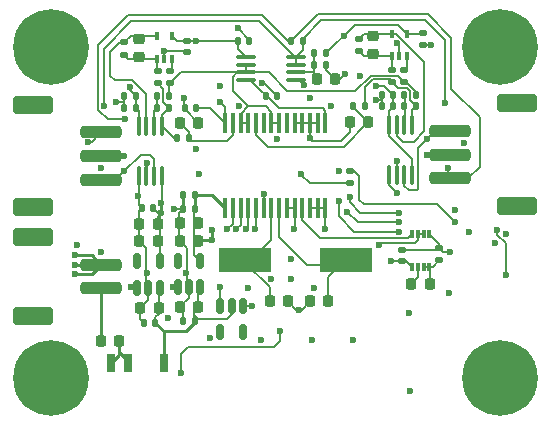
<source format=gbl>
G04 #@! TF.GenerationSoftware,KiCad,Pcbnew,8.0.7*
G04 #@! TF.CreationDate,2025-04-02T23:58:34+11:00*
G04 #@! TF.ProjectId,Ganglion_01,47616e67-6c69-46f6-9e5f-30312e6b6963,01*
G04 #@! TF.SameCoordinates,Original*
G04 #@! TF.FileFunction,Copper,L4,Bot*
G04 #@! TF.FilePolarity,Positive*
%FSLAX46Y46*%
G04 Gerber Fmt 4.6, Leading zero omitted, Abs format (unit mm)*
G04 Created by KiCad (PCBNEW 8.0.7) date 2025-04-02 23:58:34*
%MOMM*%
%LPD*%
G01*
G04 APERTURE LIST*
G04 Aperture macros list*
%AMRoundRect*
0 Rectangle with rounded corners*
0 $1 Rounding radius*
0 $2 $3 $4 $5 $6 $7 $8 $9 X,Y pos of 4 corners*
0 Add a 4 corners polygon primitive as box body*
4,1,4,$2,$3,$4,$5,$6,$7,$8,$9,$2,$3,0*
0 Add four circle primitives for the rounded corners*
1,1,$1+$1,$2,$3*
1,1,$1+$1,$4,$5*
1,1,$1+$1,$6,$7*
1,1,$1+$1,$8,$9*
0 Add four rect primitives between the rounded corners*
20,1,$1+$1,$2,$3,$4,$5,0*
20,1,$1+$1,$4,$5,$6,$7,0*
20,1,$1+$1,$6,$7,$8,$9,0*
20,1,$1+$1,$8,$9,$2,$3,0*%
G04 Aperture macros list end*
G04 #@! TA.AperFunction,SMDPad,CuDef*
%ADD10R,0.300000X0.700000*%
G04 #@! TD*
G04 #@! TA.AperFunction,ComponentPad*
%ADD11C,6.400000*%
G04 #@! TD*
G04 #@! TA.AperFunction,SMDPad,CuDef*
%ADD12RoundRect,0.140000X0.140000X0.170000X-0.140000X0.170000X-0.140000X-0.170000X0.140000X-0.170000X0*%
G04 #@! TD*
G04 #@! TA.AperFunction,SMDPad,CuDef*
%ADD13RoundRect,0.225000X-0.225000X-0.250000X0.225000X-0.250000X0.225000X0.250000X-0.225000X0.250000X0*%
G04 #@! TD*
G04 #@! TA.AperFunction,SMDPad,CuDef*
%ADD14RoundRect,0.140000X-0.140000X-0.170000X0.140000X-0.170000X0.140000X0.170000X-0.140000X0.170000X0*%
G04 #@! TD*
G04 #@! TA.AperFunction,SMDPad,CuDef*
%ADD15RoundRect,0.135000X-0.135000X-0.185000X0.135000X-0.185000X0.135000X0.185000X-0.135000X0.185000X0*%
G04 #@! TD*
G04 #@! TA.AperFunction,SMDPad,CuDef*
%ADD16RoundRect,0.135000X0.135000X0.185000X-0.135000X0.185000X-0.135000X-0.185000X0.135000X-0.185000X0*%
G04 #@! TD*
G04 #@! TA.AperFunction,SMDPad,CuDef*
%ADD17R,0.700000X1.500000*%
G04 #@! TD*
G04 #@! TA.AperFunction,SMDPad,CuDef*
%ADD18RoundRect,0.100000X0.100000X-0.712500X0.100000X0.712500X-0.100000X0.712500X-0.100000X-0.712500X0*%
G04 #@! TD*
G04 #@! TA.AperFunction,SMDPad,CuDef*
%ADD19R,0.450000X1.750000*%
G04 #@! TD*
G04 #@! TA.AperFunction,SMDPad,CuDef*
%ADD20RoundRect,0.150000X0.150000X-0.512500X0.150000X0.512500X-0.150000X0.512500X-0.150000X-0.512500X0*%
G04 #@! TD*
G04 #@! TA.AperFunction,SMDPad,CuDef*
%ADD21RoundRect,0.150000X-0.150000X0.512500X-0.150000X-0.512500X0.150000X-0.512500X0.150000X0.512500X0*%
G04 #@! TD*
G04 #@! TA.AperFunction,SMDPad,CuDef*
%ADD22RoundRect,0.225000X0.225000X0.250000X-0.225000X0.250000X-0.225000X-0.250000X0.225000X-0.250000X0*%
G04 #@! TD*
G04 #@! TA.AperFunction,SMDPad,CuDef*
%ADD23RoundRect,0.225000X0.250000X-0.225000X0.250000X0.225000X-0.250000X0.225000X-0.250000X-0.225000X0*%
G04 #@! TD*
G04 #@! TA.AperFunction,SMDPad,CuDef*
%ADD24RoundRect,0.100000X0.712500X0.100000X-0.712500X0.100000X-0.712500X-0.100000X0.712500X-0.100000X0*%
G04 #@! TD*
G04 #@! TA.AperFunction,SMDPad,CuDef*
%ADD25RoundRect,0.250000X1.500000X-0.250000X1.500000X0.250000X-1.500000X0.250000X-1.500000X-0.250000X0*%
G04 #@! TD*
G04 #@! TA.AperFunction,SMDPad,CuDef*
%ADD26RoundRect,0.250001X1.449999X-0.499999X1.449999X0.499999X-1.449999X0.499999X-1.449999X-0.499999X0*%
G04 #@! TD*
G04 #@! TA.AperFunction,SMDPad,CuDef*
%ADD27RoundRect,0.135000X0.185000X-0.135000X0.185000X0.135000X-0.185000X0.135000X-0.185000X-0.135000X0*%
G04 #@! TD*
G04 #@! TA.AperFunction,SMDPad,CuDef*
%ADD28R,0.400000X0.650000*%
G04 #@! TD*
G04 #@! TA.AperFunction,SMDPad,CuDef*
%ADD29R,4.500000X2.000000*%
G04 #@! TD*
G04 #@! TA.AperFunction,SMDPad,CuDef*
%ADD30RoundRect,0.140000X-0.170000X0.140000X-0.170000X-0.140000X0.170000X-0.140000X0.170000X0.140000X0*%
G04 #@! TD*
G04 #@! TA.AperFunction,SMDPad,CuDef*
%ADD31RoundRect,0.250000X-1.500000X0.250000X-1.500000X-0.250000X1.500000X-0.250000X1.500000X0.250000X0*%
G04 #@! TD*
G04 #@! TA.AperFunction,SMDPad,CuDef*
%ADD32RoundRect,0.250001X-1.449999X0.499999X-1.449999X-0.499999X1.449999X-0.499999X1.449999X0.499999X0*%
G04 #@! TD*
G04 #@! TA.AperFunction,SMDPad,CuDef*
%ADD33RoundRect,0.140000X0.170000X-0.140000X0.170000X0.140000X-0.170000X0.140000X-0.170000X-0.140000X0*%
G04 #@! TD*
G04 #@! TA.AperFunction,SMDPad,CuDef*
%ADD34RoundRect,0.135000X-0.185000X0.135000X-0.185000X-0.135000X0.185000X-0.135000X0.185000X0.135000X0*%
G04 #@! TD*
G04 #@! TA.AperFunction,ViaPad*
%ADD35C,0.600000*%
G04 #@! TD*
G04 #@! TA.AperFunction,Conductor*
%ADD36C,0.150000*%
G04 #@! TD*
G04 #@! TA.AperFunction,Conductor*
%ADD37C,0.250000*%
G04 #@! TD*
G04 #@! TA.AperFunction,Conductor*
%ADD38C,0.177800*%
G04 #@! TD*
G04 #@! TA.AperFunction,Conductor*
%ADD39C,0.200000*%
G04 #@! TD*
G04 APERTURE END LIST*
D10*
X134050000Y-49325000D03*
X134550000Y-49325000D03*
X135050000Y-49325000D03*
X135550000Y-49325000D03*
X135550000Y-52075000D03*
X135050000Y-52075000D03*
X134550000Y-52075000D03*
X134050000Y-52075000D03*
D11*
X141500000Y-33500000D03*
X141500000Y-61500000D03*
X103500000Y-61500000D03*
X103500000Y-33500000D03*
D12*
X132480000Y-38500000D03*
X131520000Y-38500000D03*
X132480000Y-37500000D03*
X131520000Y-37500000D03*
X110680000Y-37600000D03*
X109720000Y-37600000D03*
X110680000Y-38600000D03*
X109720000Y-38600000D03*
D13*
X128825000Y-39800000D03*
X130375000Y-39800000D03*
X114425000Y-39900000D03*
X115975000Y-39900000D03*
X114425000Y-55493750D03*
X115975000Y-55493750D03*
D14*
X114720000Y-56693750D03*
X115680000Y-56693750D03*
X114720000Y-46000000D03*
X115680000Y-46000000D03*
X114720000Y-47193750D03*
X115680000Y-47193750D03*
D13*
X114425000Y-49893750D03*
X115975000Y-49893750D03*
D14*
X114820000Y-38600000D03*
X115780000Y-38600000D03*
D13*
X114425000Y-48393750D03*
X115975000Y-48393750D03*
X111075000Y-55537500D03*
X112625000Y-55537500D03*
D14*
X111370000Y-56837500D03*
X112330000Y-56837500D03*
X111182500Y-47137500D03*
X112142500Y-47137500D03*
D13*
X110975000Y-49937500D03*
X112525000Y-49937500D03*
X110975000Y-48437500D03*
X112525000Y-48437500D03*
D15*
X112490000Y-38600000D03*
X113510000Y-38600000D03*
X133390000Y-38500000D03*
X134410000Y-38500000D03*
X133390000Y-37500000D03*
X134410000Y-37500000D03*
X125790000Y-35000000D03*
X126810000Y-35000000D03*
X112490000Y-37600000D03*
X113510000Y-37600000D03*
X129090000Y-38500000D03*
X130110000Y-38500000D03*
D16*
X115210000Y-41200000D03*
X114190000Y-41200000D03*
D17*
X113050000Y-60237500D03*
X110050000Y-60237500D03*
X108550000Y-60237500D03*
D18*
X134075000Y-44312500D03*
X133425000Y-44312500D03*
X132775000Y-44312500D03*
X132125000Y-44312500D03*
X132125000Y-40087500D03*
X132775000Y-40087500D03*
X133425000Y-40087500D03*
X134075000Y-40087500D03*
X112875000Y-44412500D03*
X112225000Y-44412500D03*
X111575000Y-44412500D03*
X110925000Y-44412500D03*
X110925000Y-40187500D03*
X111575000Y-40187500D03*
X112225000Y-40187500D03*
X112875000Y-40187500D03*
D19*
X118275000Y-39900000D03*
X118925000Y-39900000D03*
X119575000Y-39900000D03*
X120225000Y-39900000D03*
X120875000Y-39900000D03*
X121525000Y-39900000D03*
X122175000Y-39900000D03*
X122825000Y-39900000D03*
X123475000Y-39900000D03*
X124125000Y-39900000D03*
X124775000Y-39900000D03*
X125425000Y-39900000D03*
X126075000Y-39900000D03*
X126725000Y-39900000D03*
X126725000Y-47100000D03*
X126075000Y-47100000D03*
X125425000Y-47100000D03*
X124775000Y-47100000D03*
X124125000Y-47100000D03*
X123475000Y-47100000D03*
X122825000Y-47100000D03*
X122175000Y-47100000D03*
X121525000Y-47100000D03*
X120875000Y-47100000D03*
X120225000Y-47100000D03*
X119575000Y-47100000D03*
X118925000Y-47100000D03*
X118275000Y-47100000D03*
D20*
X116150000Y-53831250D03*
X115200000Y-53831250D03*
X114250000Y-53831250D03*
X114250000Y-51556250D03*
X116150000Y-51556250D03*
D21*
X117850000Y-55362500D03*
X118800000Y-55362500D03*
X119750000Y-55362500D03*
X119750000Y-57637500D03*
X117850000Y-57637500D03*
D20*
X112700000Y-53875000D03*
X111750000Y-53875000D03*
X110800000Y-53875000D03*
X110800000Y-51600000D03*
X112700000Y-51600000D03*
D22*
X109275000Y-58400000D03*
X107725000Y-58400000D03*
D23*
X130800000Y-34075000D03*
X130800000Y-32525000D03*
D13*
X126015000Y-36200000D03*
X127565000Y-36200000D03*
D12*
X122680000Y-37600000D03*
X121720000Y-37600000D03*
D24*
X124212500Y-34325000D03*
X124212500Y-34975000D03*
X124212500Y-35625000D03*
X124212500Y-36275000D03*
X119987500Y-36275000D03*
X119987500Y-35625000D03*
X119987500Y-34975000D03*
X119987500Y-34325000D03*
D13*
X125425000Y-55000000D03*
X126975000Y-55000000D03*
D25*
X107750000Y-53900000D03*
X107750000Y-51900000D03*
D26*
X102000000Y-56250000D03*
X102000000Y-49550000D03*
D13*
X134025000Y-53500000D03*
X135575000Y-53500000D03*
D22*
X123575000Y-55000000D03*
X122025000Y-55000000D03*
D23*
X110950000Y-34325000D03*
X110950000Y-32775000D03*
D27*
X129600000Y-33810000D03*
X129600000Y-32790000D03*
X132400000Y-36410000D03*
X132400000Y-35390000D03*
X109700000Y-34110000D03*
X109700000Y-33090000D03*
D28*
X133650000Y-34250000D03*
X133000000Y-34250000D03*
X132350000Y-34250000D03*
X132350000Y-32350000D03*
X133650000Y-32350000D03*
D27*
X113550000Y-36560000D03*
X113550000Y-35540000D03*
X133400000Y-36410000D03*
X133400000Y-35390000D03*
D28*
X113750000Y-34450000D03*
X113100000Y-34450000D03*
X112450000Y-34450000D03*
X112450000Y-32550000D03*
X113750000Y-32550000D03*
D29*
X119950000Y-51500000D03*
X128450000Y-51500000D03*
D30*
X133200000Y-50620000D03*
X133200000Y-51580000D03*
D15*
X123790000Y-33000000D03*
X124810000Y-33000000D03*
D31*
X137250000Y-40600000D03*
X137250000Y-42600000D03*
X137250000Y-44600000D03*
D32*
X143000000Y-38250000D03*
X143000000Y-46950000D03*
D33*
X115050000Y-33930000D03*
X115050000Y-32970000D03*
X135000000Y-33280000D03*
X135000000Y-32320000D03*
D27*
X136400000Y-51500000D03*
X136400000Y-50480000D03*
D25*
X107750000Y-44700000D03*
X107750000Y-42700000D03*
X107750000Y-40700000D03*
D26*
X102000000Y-47050000D03*
X102000000Y-38350000D03*
D34*
X128800000Y-43990000D03*
X128800000Y-45010000D03*
D16*
X126810000Y-34000000D03*
X125790000Y-34000000D03*
D12*
X120280000Y-33000000D03*
X119320000Y-33000000D03*
D27*
X112550000Y-36560000D03*
X112550000Y-35540000D03*
D35*
X127200000Y-38500000D03*
X112800000Y-47500000D03*
X117800000Y-38100000D03*
X131042051Y-36763366D03*
X110229122Y-36870878D03*
X115800000Y-33000000D03*
X112800000Y-46700000D03*
X105700000Y-50200000D03*
X128300000Y-32500000D03*
X109000000Y-38100000D03*
X105500000Y-52700000D03*
X137300000Y-50800000D03*
X119400000Y-38500000D03*
X123825886Y-53073177D03*
X132778768Y-33121232D03*
X110900000Y-46100000D03*
X105500000Y-51100000D03*
X125400000Y-41175000D03*
X138500000Y-41600000D03*
X137700000Y-47300000D03*
X135700000Y-33300000D03*
X122175597Y-53075701D03*
X114800000Y-37800000D03*
X120500000Y-55400000D03*
X111600000Y-52600000D03*
X116000000Y-44200000D03*
X107700000Y-50800000D03*
X138900000Y-49100000D03*
X133900000Y-62600000D03*
X117000000Y-58100000D03*
X124500000Y-55700000D03*
X113100000Y-33800000D03*
X125800000Y-53900000D03*
X119300000Y-31900000D03*
X120200000Y-53900000D03*
X115800000Y-42100000D03*
X129100000Y-58300000D03*
X128430584Y-35762824D03*
X124900000Y-36700000D03*
X121400000Y-36500000D03*
X107700000Y-43700000D03*
X113900000Y-47200000D03*
X125400000Y-37800000D03*
X125600000Y-58300000D03*
X126700000Y-48900000D03*
X122600000Y-41300000D03*
X131000000Y-38000000D03*
X121300000Y-58300000D03*
X105500000Y-51900000D03*
X123825278Y-51426495D03*
X142000000Y-49300000D03*
X117822268Y-36749543D03*
X114900000Y-52600000D03*
X129700000Y-35900000D03*
X124100000Y-48900000D03*
X127900000Y-44000000D03*
X132800000Y-45800000D03*
X135300000Y-41300000D03*
X109700000Y-44000000D03*
X137100000Y-43700000D03*
X109800000Y-39600000D03*
X133000000Y-49100000D03*
X127900000Y-46500000D03*
X120000000Y-48900000D03*
X133000000Y-47500000D03*
X120800000Y-48900000D03*
X128800000Y-46200000D03*
X119200000Y-48900000D03*
X133000000Y-48300000D03*
X128600000Y-47400000D03*
X118449997Y-48900000D03*
X124700000Y-44200000D03*
X121500000Y-45915034D03*
X142014806Y-52797039D03*
X141300000Y-49000000D03*
X131300000Y-50200000D03*
X108024500Y-38500000D03*
X136900000Y-38200000D03*
X117800000Y-53800000D03*
X110300000Y-53800000D03*
X113800000Y-53800000D03*
X109700000Y-42700000D03*
X135300000Y-42600000D03*
X106600000Y-41500000D03*
X141100000Y-50100000D03*
X137200000Y-54300000D03*
X117100000Y-49000000D03*
X113400000Y-56400000D03*
X117100000Y-49800000D03*
X137700000Y-48300000D03*
X133800000Y-56000000D03*
X132300000Y-51600000D03*
X132800000Y-43100000D03*
X111600000Y-43300000D03*
X122900000Y-57500000D03*
X114500000Y-61100000D03*
D36*
X132125000Y-38855000D02*
X132125000Y-40087500D01*
X126810000Y-34000000D02*
X129210000Y-31600000D01*
X131042051Y-36763366D02*
X131743366Y-36763366D01*
X132900000Y-31600000D02*
X133650000Y-32350000D01*
X131743366Y-36763366D02*
X132480000Y-37500000D01*
X134075000Y-42975000D02*
X132125000Y-41025000D01*
X119320000Y-33657500D02*
X119987500Y-34325000D01*
X112700000Y-51600000D02*
X112700000Y-47695000D01*
X114170000Y-32970000D02*
X113750000Y-32550000D01*
D37*
X112800000Y-47500000D02*
X112800000Y-46700000D01*
D36*
X112875000Y-46625000D02*
X112800000Y-46700000D01*
X119320000Y-33000000D02*
X119320000Y-33657500D01*
X110925000Y-38845000D02*
X110680000Y-38600000D01*
X115080000Y-33000000D02*
X115050000Y-32970000D01*
X110680000Y-38600000D02*
X110680000Y-37600000D01*
X110229122Y-37149122D02*
X110680000Y-37600000D01*
X119320000Y-33000000D02*
X115080000Y-33000000D01*
X115780000Y-38600000D02*
X116975000Y-38600000D01*
X118275000Y-39900000D02*
X118275000Y-38575000D01*
D37*
X112525000Y-47775000D02*
X112800000Y-47500000D01*
D36*
X110229122Y-36870878D02*
X110229122Y-37149122D01*
X134075000Y-44312500D02*
X134075000Y-42975000D01*
X129210000Y-31600000D02*
X132900000Y-31600000D01*
X132480000Y-38500000D02*
X132125000Y-38855000D01*
X132500000Y-37500000D02*
X132500000Y-38500000D01*
X112875000Y-44412500D02*
X112875000Y-46625000D01*
X118275000Y-38575000D02*
X117800000Y-38100000D01*
D37*
X112525000Y-48437500D02*
X112525000Y-47775000D01*
D36*
X132125000Y-41025000D02*
X132125000Y-40087500D01*
X134970000Y-32350000D02*
X135000000Y-32320000D01*
X110925000Y-40187500D02*
X110925000Y-38845000D01*
X112700000Y-47695000D02*
X112142500Y-47137500D01*
X133650000Y-32350000D02*
X134970000Y-32350000D01*
X116975000Y-38600000D02*
X118275000Y-39900000D01*
X115050000Y-32970000D02*
X114170000Y-32970000D01*
X121580000Y-36500000D02*
X122680000Y-37600000D01*
X132125000Y-45125000D02*
X132125000Y-44312500D01*
X114800000Y-37800000D02*
X114800000Y-38580000D01*
D38*
X114670000Y-55788750D02*
X114375000Y-55493750D01*
X119787500Y-55400000D02*
X119750000Y-55362500D01*
D36*
X128100000Y-41400000D02*
X128825000Y-40675000D01*
D38*
X110925000Y-46880000D02*
X110925000Y-44412500D01*
X136400000Y-50175000D02*
X135550000Y-49325000D01*
D36*
X114800000Y-38580000D02*
X114820000Y-38600000D01*
X113900000Y-47200000D02*
X114713750Y-47200000D01*
X125625000Y-41400000D02*
X128100000Y-41400000D01*
X127993408Y-36200000D02*
X128430584Y-35762824D01*
D38*
X127565000Y-36200000D02*
X126810000Y-35445000D01*
D36*
X126700000Y-48900000D02*
X126700000Y-48700000D01*
D38*
X114375000Y-49893750D02*
X114375000Y-48393750D01*
X115150000Y-54718750D02*
X115150000Y-53831250D01*
X125425000Y-47100000D02*
X126725000Y-47100000D01*
X115000000Y-53681250D02*
X115000000Y-50518750D01*
X120500000Y-55400000D02*
X119787500Y-55400000D01*
D36*
X114820000Y-38600000D02*
X114820000Y-38745000D01*
X113100000Y-33800000D02*
X113100000Y-34450000D01*
D38*
X111550000Y-50512500D02*
X110975000Y-49937500D01*
X111750000Y-53875000D02*
X111550000Y-53675000D01*
X126810000Y-35445000D02*
X126810000Y-35000000D01*
D36*
X124100000Y-48800000D02*
X124125000Y-48775000D01*
X133000000Y-33342464D02*
X133000000Y-34250000D01*
D38*
X111550000Y-53675000D02*
X111550000Y-50512500D01*
D36*
X114920000Y-33800000D02*
X113100000Y-33800000D01*
X132778768Y-33121232D02*
X133000000Y-33342464D01*
X125400000Y-41175000D02*
X125400000Y-39925000D01*
D38*
X136260000Y-50620000D02*
X136400000Y-50480000D01*
X110975000Y-49937500D02*
X110975000Y-47345000D01*
D36*
X127565000Y-36200000D02*
X127993408Y-36200000D01*
X131520000Y-38500000D02*
X131520000Y-38000000D01*
X125400000Y-39925000D02*
X125425000Y-39900000D01*
D38*
X124500000Y-55700000D02*
X124725000Y-55700000D01*
D36*
X131520000Y-38000000D02*
X131520000Y-37500000D01*
D38*
X137300000Y-50800000D02*
X136720000Y-50800000D01*
X136720000Y-50800000D02*
X136400000Y-50480000D01*
D36*
X132800000Y-45800000D02*
X132125000Y-45125000D01*
X115050000Y-33930000D02*
X114920000Y-33800000D01*
D37*
X105500000Y-52700000D02*
X106950000Y-52700000D01*
D36*
X120280000Y-33000000D02*
X120280000Y-32880000D01*
X124125000Y-39900000D02*
X126075000Y-39900000D01*
X124100000Y-48900000D02*
X124100000Y-48800000D01*
X131000000Y-38000000D02*
X131520000Y-38000000D01*
D38*
X115000000Y-50518750D02*
X114375000Y-49893750D01*
X114670000Y-56693750D02*
X114670000Y-55788750D01*
D36*
X124900000Y-36700000D02*
X124475000Y-36275000D01*
X120280000Y-32880000D02*
X119300000Y-31900000D01*
X126700000Y-48700000D02*
X126725000Y-48675000D01*
X135700000Y-33300000D02*
X135020000Y-33300000D01*
D37*
X105500000Y-51900000D02*
X107750000Y-51900000D01*
D38*
X111182500Y-47137500D02*
X110925000Y-46880000D01*
X110975000Y-47345000D02*
X111182500Y-47137500D01*
X115150000Y-53831250D02*
X115000000Y-53681250D01*
D36*
X126725000Y-48675000D02*
X126725000Y-47100000D01*
D38*
X114375000Y-55493750D02*
X115150000Y-54718750D01*
D37*
X105500000Y-51100000D02*
X106950000Y-51100000D01*
D36*
X128825000Y-40675000D02*
X128825000Y-39800000D01*
D38*
X124725000Y-55700000D02*
X125425000Y-55000000D01*
D37*
X106950000Y-52700000D02*
X107750000Y-51900000D01*
D36*
X114820000Y-38745000D02*
X115975000Y-39900000D01*
D37*
X114720000Y-46000000D02*
X114720000Y-47193750D01*
D36*
X121400000Y-36500000D02*
X121580000Y-36500000D01*
D38*
X124275000Y-55700000D02*
X123575000Y-55000000D01*
D36*
X114713750Y-47200000D02*
X114720000Y-47193750D01*
D38*
X111750000Y-53875000D02*
X111750000Y-54862500D01*
D36*
X135020000Y-33300000D02*
X135000000Y-33280000D01*
X109720000Y-38600000D02*
X109720000Y-38100000D01*
D37*
X106950000Y-51100000D02*
X107750000Y-51900000D01*
D36*
X125400000Y-41175000D02*
X125625000Y-41400000D01*
X124125000Y-48775000D02*
X124125000Y-47100000D01*
D38*
X111750000Y-54862500D02*
X111075000Y-55537500D01*
D36*
X109000000Y-38100000D02*
X109720000Y-38100000D01*
D38*
X123475000Y-47100000D02*
X124125000Y-47100000D01*
X114375000Y-47488750D02*
X114670000Y-47193750D01*
X133200000Y-50620000D02*
X136260000Y-50620000D01*
X111075000Y-56542500D02*
X111370000Y-56837500D01*
D36*
X124475000Y-36275000D02*
X124212500Y-36275000D01*
D38*
X111075000Y-55537500D02*
X111075000Y-56542500D01*
X124500000Y-55700000D02*
X124275000Y-55700000D01*
X136400000Y-50480000D02*
X136400000Y-50175000D01*
D36*
X109720000Y-38100000D02*
X109720000Y-37600000D01*
D38*
X114375000Y-48393750D02*
X114375000Y-47488750D01*
D36*
X132400000Y-34300000D02*
X132350000Y-34250000D01*
X132400000Y-35390000D02*
X132400000Y-34300000D01*
X132350000Y-34250000D02*
X130040000Y-34250000D01*
X130040000Y-34250000D02*
X129600000Y-33810000D01*
X115210000Y-40685000D02*
X114425000Y-39900000D01*
X115410000Y-41400000D02*
X118450000Y-41400000D01*
X118450000Y-41400000D02*
X118925000Y-40925000D01*
X115210000Y-41200000D02*
X115210000Y-40685000D01*
X118925000Y-40925000D02*
X118925000Y-39900000D01*
X115210000Y-41200000D02*
X115410000Y-41400000D01*
X121850000Y-41900000D02*
X120875000Y-40925000D01*
X129090000Y-38515000D02*
X130375000Y-39800000D01*
X130375000Y-39800000D02*
X130375000Y-39825000D01*
X120875000Y-40925000D02*
X120875000Y-39900000D01*
X129090000Y-38500000D02*
X129090000Y-38515000D01*
X128300000Y-41900000D02*
X121850000Y-41900000D01*
X130375000Y-39825000D02*
X128300000Y-41900000D01*
X125790000Y-36090000D02*
X125790000Y-35600000D01*
X125900000Y-36200000D02*
X125790000Y-36090000D01*
X124212500Y-35625000D02*
X125765000Y-35625000D01*
X125765000Y-35625000D02*
X125790000Y-35600000D01*
X126015000Y-36200000D02*
X125900000Y-36200000D01*
X125790000Y-35600000D02*
X125790000Y-34000000D01*
D37*
X113050000Y-60237500D02*
X113050000Y-57800000D01*
X115630000Y-56831875D02*
X115630000Y-56693750D01*
D36*
X115925000Y-54006250D02*
X115925000Y-55493750D01*
X112330000Y-56357500D02*
X112330000Y-56837500D01*
X112625000Y-55537500D02*
X112625000Y-53950000D01*
X112625000Y-53950000D02*
X112700000Y-53875000D01*
X116100000Y-53831250D02*
X115925000Y-54006250D01*
X115930000Y-56500000D02*
X115630000Y-56200000D01*
X112625000Y-56062500D02*
X112330000Y-56357500D01*
X115630000Y-56693750D02*
X115630000Y-56200000D01*
X112625000Y-55537500D02*
X112625000Y-56062500D01*
D37*
X113050000Y-57800000D02*
X113050000Y-57557500D01*
D36*
X115630000Y-55788750D02*
X115925000Y-55493750D01*
X115630000Y-56200000D02*
X115630000Y-55788750D01*
D37*
X114904375Y-57557500D02*
X115630000Y-56831875D01*
X113050000Y-57557500D02*
X112330000Y-56837500D01*
D36*
X118800000Y-55362500D02*
X118800000Y-56100000D01*
D37*
X113050000Y-57557500D02*
X114904375Y-57557500D01*
D36*
X118400000Y-56500000D02*
X115930000Y-56500000D01*
X118800000Y-56100000D02*
X118400000Y-56500000D01*
X134600000Y-45500000D02*
X134600000Y-42000000D01*
X134500000Y-45600000D02*
X134600000Y-45500000D01*
D39*
X137250000Y-40600000D02*
X136000000Y-40600000D01*
D36*
X133425000Y-45225000D02*
X133800000Y-45600000D01*
D39*
X136000000Y-40600000D02*
X135300000Y-41300000D01*
D36*
X133425000Y-44312500D02*
X133425000Y-45225000D01*
X133800000Y-45600000D02*
X134500000Y-45600000D01*
X134600000Y-42000000D02*
X135300000Y-41300000D01*
D39*
X111900000Y-42600000D02*
X111100000Y-42600000D01*
X109000000Y-44700000D02*
X109700000Y-44000000D01*
X109000000Y-44700000D02*
X107750000Y-44700000D01*
X111100000Y-42600000D02*
X109700000Y-44000000D01*
X112225000Y-42925000D02*
X111900000Y-42600000D01*
X112225000Y-44412500D02*
X112225000Y-42925000D01*
D36*
X109800000Y-39600000D02*
X108300000Y-39600000D01*
X135400000Y-30700000D02*
X137400000Y-32700000D01*
X139800000Y-39400000D02*
X139800000Y-43600000D01*
X138800000Y-44600000D02*
X137250000Y-44600000D01*
X110000000Y-30800000D02*
X121400000Y-30800000D01*
X137400000Y-37000000D02*
X139800000Y-39400000D01*
X137100000Y-43700000D02*
X137100000Y-44450000D01*
X108300000Y-39600000D02*
X107500000Y-38800000D01*
X107500000Y-38800000D02*
X107500000Y-33300000D01*
X123790000Y-33000000D02*
X126090000Y-30700000D01*
X137100000Y-44450000D02*
X137250000Y-44600000D01*
X139800000Y-43600000D02*
X138800000Y-44600000D01*
X107500000Y-33300000D02*
X110000000Y-30800000D01*
X126090000Y-30700000D02*
X135400000Y-30700000D01*
X123600000Y-33000000D02*
X123790000Y-33000000D01*
X137400000Y-32700000D02*
X137400000Y-37000000D01*
X121400000Y-30800000D02*
X123600000Y-33000000D01*
X133000000Y-49100000D02*
X129200000Y-49100000D01*
X129200000Y-49100000D02*
X127900000Y-47800000D01*
X120225000Y-47100000D02*
X120225000Y-48675000D01*
X127900000Y-47800000D02*
X127900000Y-46500000D01*
X120225000Y-48675000D02*
X120000000Y-48900000D01*
X132800000Y-47500000D02*
X129700000Y-47500000D01*
X120875000Y-47100000D02*
X120875000Y-48825000D01*
X128800000Y-46600000D02*
X128800000Y-46200000D01*
X120875000Y-48825000D02*
X120800000Y-48900000D01*
X129700000Y-47500000D02*
X128800000Y-46600000D01*
X128600000Y-47400000D02*
X129500000Y-48300000D01*
X129500000Y-48300000D02*
X132800000Y-48300000D01*
X119575000Y-47100000D02*
X119575000Y-48525000D01*
X119575000Y-48525000D02*
X119200000Y-48900000D01*
X120100000Y-51900000D02*
X118850000Y-51900000D01*
X122025000Y-55000000D02*
X122025000Y-53825000D01*
X122175000Y-49825000D02*
X120100000Y-51900000D01*
X122025000Y-53825000D02*
X119950000Y-51750000D01*
X122175000Y-47100000D02*
X122175000Y-49825000D01*
X119950000Y-51750000D02*
X119950000Y-51500000D01*
X112450000Y-35440000D02*
X112550000Y-35540000D01*
X112450000Y-34450000D02*
X112450000Y-35440000D01*
X112450000Y-34450000D02*
X110040000Y-34450000D01*
X110040000Y-34450000D02*
X109700000Y-34110000D01*
X118925000Y-48424997D02*
X118449997Y-48900000D01*
X125410000Y-45010000D02*
X124700000Y-44300000D01*
X128800000Y-45010000D02*
X125410000Y-45010000D01*
X118925000Y-47100000D02*
X118925000Y-48424997D01*
X126975000Y-52975000D02*
X128450000Y-51500000D01*
X122825000Y-49575000D02*
X125150000Y-51900000D01*
X122825000Y-47100000D02*
X122825000Y-49575000D01*
X125150000Y-51900000D02*
X127350000Y-51900000D01*
X126975000Y-55000000D02*
X126975000Y-52975000D01*
X121500000Y-45915034D02*
X121525000Y-45940034D01*
X121525000Y-45940034D02*
X121525000Y-47100000D01*
D38*
X142000000Y-52782233D02*
X142000000Y-50100000D01*
X141300000Y-49400000D02*
X141300000Y-49000000D01*
X142000000Y-50100000D02*
X141300000Y-49400000D01*
X142014806Y-52797039D02*
X142000000Y-52782233D01*
D37*
X110050000Y-60075000D02*
X110050000Y-60237500D01*
X109275000Y-58400000D02*
X109275000Y-59300000D01*
X109275000Y-59512500D02*
X108550000Y-60237500D01*
X109275000Y-59300000D02*
X110050000Y-60075000D01*
X109275000Y-59300000D02*
X109275000Y-59512500D01*
D36*
X133445000Y-37535000D02*
X133410000Y-37500000D01*
X133445000Y-40087500D02*
X133445000Y-37535000D01*
X112225000Y-38865000D02*
X112490000Y-38600000D01*
X112490000Y-38600000D02*
X112490000Y-37600000D01*
X112225000Y-40187500D02*
X112225000Y-38865000D01*
X133400000Y-35390000D02*
X133650000Y-35140000D01*
X133650000Y-35140000D02*
X133650000Y-34250000D01*
X113750000Y-34450000D02*
X113750000Y-35340000D01*
X113750000Y-35340000D02*
X113550000Y-35540000D01*
X134550000Y-52975000D02*
X134025000Y-53500000D01*
X134550000Y-52075000D02*
X134550000Y-52975000D01*
X135575000Y-52100000D02*
X135550000Y-52075000D01*
X135575000Y-53500000D02*
X135575000Y-52100000D01*
X135550000Y-52075000D02*
X135825000Y-52075000D01*
X135050000Y-52075000D02*
X135550000Y-52075000D01*
X135825000Y-52075000D02*
X136400000Y-51500000D01*
X133750000Y-49625000D02*
X134050000Y-49325000D01*
X124775000Y-47100000D02*
X124775000Y-48125000D01*
X124775000Y-48125000D02*
X126275000Y-49625000D01*
X126275000Y-49625000D02*
X133750000Y-49625000D01*
X134317816Y-50078844D02*
X134550000Y-49846660D01*
X134550000Y-49846660D02*
X134550000Y-49325000D01*
X135050000Y-49325000D02*
X134550000Y-49325000D01*
X131300000Y-50200000D02*
X131421156Y-50078844D01*
X131421156Y-50078844D02*
X134317816Y-50078844D01*
X130040000Y-32350000D02*
X129600000Y-32790000D01*
X133300000Y-41500000D02*
X134200000Y-41500000D01*
X132775000Y-40087500D02*
X132775000Y-40975000D01*
X135100000Y-40600000D02*
X135100000Y-34700000D01*
X132775000Y-40975000D02*
X133300000Y-41500000D01*
X132750000Y-32350000D02*
X132350000Y-32350000D01*
X132350000Y-32350000D02*
X130040000Y-32350000D01*
X134200000Y-41500000D02*
X135100000Y-40600000D01*
X135100000Y-34700000D02*
X132750000Y-32350000D01*
X110240000Y-32550000D02*
X112450000Y-32550000D01*
X108500000Y-33900000D02*
X108500000Y-35900000D01*
X109700000Y-33090000D02*
X109310000Y-33090000D01*
X110400000Y-36300000D02*
X111575000Y-37475000D01*
X109700000Y-33090000D02*
X110240000Y-32550000D01*
X109310000Y-33090000D02*
X108500000Y-33900000D01*
X108500000Y-35900000D02*
X108900000Y-36300000D01*
X108900000Y-36300000D02*
X110400000Y-36300000D01*
X111575000Y-37475000D02*
X111575000Y-40187500D01*
X124212500Y-34975000D02*
X124212500Y-34325000D01*
X124810000Y-33727500D02*
X124212500Y-34325000D01*
X124810000Y-33000000D02*
X124810000Y-33727500D01*
X108000000Y-38500000D02*
X108024500Y-38500000D01*
X121100000Y-31300000D02*
X110300000Y-31300000D01*
X108000000Y-33600000D02*
X108000000Y-38500000D01*
X124810000Y-33000000D02*
X124810000Y-32790000D01*
X136900000Y-32900000D02*
X136900000Y-38200000D01*
X124212500Y-34325000D02*
X124125000Y-34325000D01*
X110300000Y-31300000D02*
X108000000Y-33600000D01*
X124125000Y-34325000D02*
X121100000Y-31300000D01*
X126400000Y-31200000D02*
X135200000Y-31200000D01*
X135200000Y-31200000D02*
X136900000Y-32900000D01*
X124810000Y-32790000D02*
X126400000Y-31200000D01*
X130110000Y-36890000D02*
X130110000Y-38500000D01*
X132400000Y-36410000D02*
X132895000Y-36905000D01*
X133900000Y-37180883D02*
X133900000Y-37990000D01*
X132200000Y-36210000D02*
X130790000Y-36210000D01*
X130790000Y-36210000D02*
X130110000Y-36890000D01*
X133624117Y-36905000D02*
X133900000Y-37180883D01*
X132400000Y-36410000D02*
X132200000Y-36210000D01*
X134410000Y-38500000D02*
X134075000Y-38835000D01*
X133900000Y-37990000D02*
X134410000Y-38500000D01*
X132895000Y-36905000D02*
X133624117Y-36905000D01*
X134075000Y-38835000D02*
X134075000Y-40087500D01*
X112875000Y-40187500D02*
X113887500Y-41200000D01*
X113887500Y-41200000D02*
X114190000Y-41200000D01*
X112550000Y-36560000D02*
X113000000Y-37010000D01*
X113000000Y-38090000D02*
X113510000Y-38600000D01*
X113000000Y-37010000D02*
X113000000Y-38090000D01*
X112875000Y-40187500D02*
X112875000Y-39235000D01*
X112875000Y-39235000D02*
X113510000Y-38600000D01*
X114485000Y-35625000D02*
X119987500Y-35625000D01*
X119575000Y-39900000D02*
X120225000Y-39900000D01*
X118900000Y-36000000D02*
X119275000Y-35625000D01*
X122175000Y-39900000D02*
X122825000Y-39900000D01*
X130590000Y-35910000D02*
X132900000Y-35910000D01*
X120200000Y-38500000D02*
X119575000Y-39125000D01*
X119987500Y-34975000D02*
X119987500Y-35625000D01*
X122175000Y-38975000D02*
X121700000Y-38500000D01*
X124682537Y-37225000D02*
X129275000Y-37225000D01*
X119575000Y-39125000D02*
X119575000Y-39900000D01*
X124657537Y-37200000D02*
X124682537Y-37225000D01*
X133400000Y-36410000D02*
X133553381Y-36410000D01*
X121925000Y-35625000D02*
X123500000Y-37200000D01*
X119987500Y-35625000D02*
X121925000Y-35625000D01*
X134410000Y-37266619D02*
X134410000Y-37500000D01*
X133553381Y-36410000D02*
X134410000Y-37266619D01*
X122175000Y-39900000D02*
X122175000Y-38975000D01*
X118900000Y-37200000D02*
X118900000Y-36000000D01*
X129275000Y-37225000D02*
X130590000Y-35910000D01*
X121700000Y-38500000D02*
X120200000Y-38500000D01*
X113510000Y-36600000D02*
X113550000Y-36560000D01*
X123500000Y-37200000D02*
X124657537Y-37200000D01*
X113510000Y-37600000D02*
X113510000Y-36600000D01*
X120200000Y-38500000D02*
X118900000Y-37200000D01*
X119275000Y-35625000D02*
X119987500Y-35625000D01*
X132900000Y-35910000D02*
X133400000Y-36410000D01*
X113510000Y-36600000D02*
X114485000Y-35625000D01*
X117850000Y-53850000D02*
X117800000Y-53800000D01*
X117850000Y-55362500D02*
X117850000Y-53850000D01*
X126725000Y-38875000D02*
X126725000Y-39900000D01*
X119987500Y-36275000D02*
X120375000Y-36275000D01*
X122775000Y-38675000D02*
X126525000Y-38675000D01*
X126525000Y-38675000D02*
X126725000Y-38875000D01*
X120375000Y-36275000D02*
X122775000Y-38675000D01*
D39*
X107750000Y-42700000D02*
X109700000Y-42700000D01*
X137250000Y-42600000D02*
X135300000Y-42600000D01*
D36*
X107750000Y-40700000D02*
X109000000Y-40700000D01*
X106600000Y-41500000D02*
X106950000Y-41500000D01*
X106950000Y-41500000D02*
X107750000Y-40700000D01*
X129600000Y-46400000D02*
X130000000Y-46800000D01*
D37*
X116068750Y-49800000D02*
X115975000Y-49893750D01*
D38*
X132300000Y-51600000D02*
X133180000Y-51600000D01*
D36*
X130000000Y-46800000D02*
X136200000Y-46800000D01*
X136200000Y-46800000D02*
X137700000Y-48300000D01*
D38*
X115630000Y-51086250D02*
X115630000Y-47193750D01*
D36*
X128800000Y-43990000D02*
X129190000Y-43990000D01*
D37*
X117100000Y-49800000D02*
X117100000Y-49000000D01*
D36*
X129600000Y-44400000D02*
X129600000Y-46400000D01*
D37*
X117175000Y-46000000D02*
X118275000Y-47100000D01*
X115680000Y-46000000D02*
X117175000Y-46000000D01*
D36*
X129190000Y-43990000D02*
X129600000Y-44400000D01*
D37*
X115680000Y-46000000D02*
X115680000Y-47193750D01*
D38*
X133200000Y-51580000D02*
X133555000Y-51580000D01*
X116100000Y-51556250D02*
X115630000Y-51086250D01*
X133180000Y-51600000D02*
X133200000Y-51580000D01*
X133555000Y-51580000D02*
X134050000Y-52075000D01*
D37*
X117100000Y-49800000D02*
X116068750Y-49800000D01*
D36*
X132800000Y-44287500D02*
X132775000Y-44312500D01*
X132800000Y-43100000D02*
X132800000Y-44287500D01*
X111600000Y-43300000D02*
X111600000Y-44387500D01*
X111600000Y-44387500D02*
X111575000Y-44412500D01*
X122900000Y-57500000D02*
X122900000Y-58400000D01*
X122400000Y-58900000D02*
X121100000Y-58900000D01*
X121100000Y-58900000D02*
X115100000Y-58900000D01*
X114700000Y-59300000D02*
X114500000Y-59500000D01*
X114500000Y-59500000D02*
X114500000Y-61100000D01*
X115100000Y-58900000D02*
X114700000Y-59300000D01*
X122900000Y-58400000D02*
X122400000Y-58900000D01*
D37*
X107750000Y-53900000D02*
X107750000Y-58375000D01*
X107750000Y-58375000D02*
X107725000Y-58400000D01*
M02*

</source>
